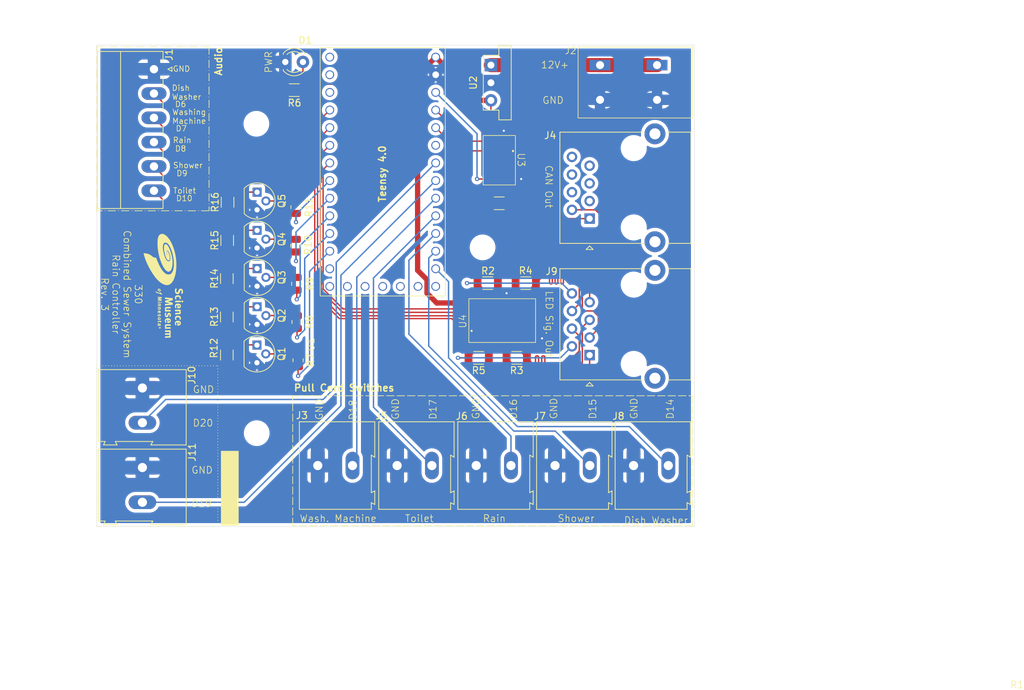
<source format=kicad_pcb>
(kicad_pcb (version 20240108) (generator "pcbnew") (generator_version "8.0")
  (layers (0 "F.Cu" signal) (31 "B.Cu" signal) (34 "B.Paste" user) (35 "F.Paste" user) (36 "B.SilkS" user "B.Silkscreen") (37 "F.SilkS" user "F.Silkscreen") (38 "B.Mask" user) (39 "F.Mask" user) (44 "Edge.Cuts" user))
  (net 0 "")
  (net 1 "+12V")
  (net 2 "GND")
  (net 3 "Net-(J3-Pin_2)")
  (net 4 "Net-(J5-Pin_2)")
  (net 5 "Net-(J6-Pin_2)")
  (net 6 "Net-(J7-Pin_2)")
  (net 7 "Net-(J8-Pin_2)")
  (net 8 "/Br+")
  (net 9 "/G-")
  (net 10 "/G+")
  (net 11 "/O+")
  (net 12 "/Bl-")
  (net 13 "/Bl+")
  (net 14 "/O-")
  (net 15 "/Br-")
  (net 16 "Net-(U3-CA_NL)")
  (net 17 "Net-(U3-CA_NH)")
  (net 19 "+5V")
  (net 20 "Net-(U1-D23)")
  (net 21 "Net-(J1-Pin_5)")
  (net 23 "/S4")
  (net 24 "Net-(J1-Pin_3)")
  (net 27 "Net-(U1-D22)")
  (net 28 "Net-(J1-Pin_6)")
  (net 29 "/S1")
  (net 30 "Net-(J10-Pin_2)")
  (net 32 "/S3")
  (net 34 "Net-(J11-Pin_2)")
  (net 35 "Net-(J1-Pin_2)")
  (net 36 "Net-(U3-NC,Vio)")
  (net 37 "Net-(J1-Pin_4)")
  (net 39 "/S2")
  (net 52 "Net-(D1-A)")
  (net 53 "Net-(Q1-C)")
  (net 54 "Net-(Q1-B)")
  (net 55 "Net-(Q2-B)")
  (net 56 "Net-(Q2-C)")
  (net 57 "Net-(Q3-B)")
  (net 58 "Net-(Q3-C)")
  (net 59 "Net-(Q4-B)")
  (net 60 "Net-(Q4-C)")
  (net 61 "Net-(Q5-B)")
  (net 62 "Net-(Q5-C)")
  (net 63 "/So5")
  (net 64 "/So4")
  (net 65 "/So3")
  (net 66 "/So2")
  (net 67 "/So1")
  (footprint "Converter_DCDC:Converter_DCDC_Murata_OKI-78SR_Vertical" (layer "F.Cu") (at 186.096 42.0288 -90)
    (property "Reference" "U2")
    (property "Value" "OKI-78SR")
  )
  (footprint "Resistor_SMD:R_0805_2012Metric" (layer "F.Cu") (at 158.1585 73.5163 -90)
    (property "Reference" "R9")
    (property "Value" "R")
  )
  (footprint "Resistor_SMD:R_1206_3216Metric" (layer "F.Cu") (at 148.096 72.7788 90)
    (property "Reference" "R14")
    (property "Value" "R")
  )
  (footprint "Resistor_SMD:R_1206_3216Metric" (layer "F.Cu") (at 184.3335 84.1788 180)
    (property "Reference" "R5")
    (property "Value" "120")
  )
  (footprint "Resistor_SMD:R_1206_3216Metric" (layer "F.Cu") (at 157.796 45.6288 180)
    (property "Reference" "R6")
    (property "Value" "120")
  )
  (footprint "Resistor_SMD:R_1206_3216Metric" (layer "F.Cu") (at 191.1085 73.4288 180)
    (property "Reference" "R4")
    (property "Value" "120")
  )
  (footprint "MountingHole:MountingHole_3.2mm_M3" (layer "F.Cu") (at 152.396 95.0288)
    (property "Reference" "REF**" (hide yes))
    (property "Value" "MountingHole_3.2mm_M3")
  )
  (footprint "TerminalBlock:TerminalBlock_Altech_AK300-2_P5.00mm" (layer "F.Cu") (at 183.9788 99.6928)
    (property "Reference" "J6")
    (property "Value" "Conn_01x02")
  )
  (footprint "Connector_RJ:RJ45_Ninigi_GE" (layer "F.Cu") (at 200.296 83.7938 90)
    (property "Reference" "J9")
    (property "Value" "RJ45")
  )
  (footprint "LED_THT:LED_D3.0mm" (layer "F.Cu") (at 156.506 41.5788)
    (property "Reference" "D1")
    (property "Value" "LED")
  )
  (footprint "Resistor_SMD:R_1206_3216Metric" (layer "F.Cu") (at 148.196 61.7788 90)
    (property "Reference" "R16")
    (property "Value" "R")
  )
  (footprint "Resistor_SMD:R_1206_3216Metric" (layer "F.Cu") (at 189.8085 84.1788 180)
    (property "Reference" "R3")
    (property "Value" "120")
  )
  (footprint "Resistor_SMD:R_0805_2012Metric" (layer "F.Cu") (at 158.346 84.5288 -90)
    (property "Reference" "R7")
    (property "Value" "R")
  )
  (footprint "MountingHole:MountingHole_3.2mm_M3" (layer "F.Cu") (at 184.896 68.2788)
    (property "Reference" "REF**" (hide yes))
    (property "Value" "MountingHole_3.2mm_M3")
  )
  (footprint "Resistor_SMD:R_0805_2012Metric" (layer "F.Cu") (at 158.046 68.0288 -90)
    (property "Reference" "R10")
    (property "Value" "R")
  )
  (footprint "Package_TO_SOT_THT:TO-92" (layer "F.Cu") (at 152.446 65.8263 -90)
    (property "Reference" "Q4")
    (property "Value" "NPN")
  )
  (footprint "Package_TO_SOT_THT:TO-92" (layer "F.Cu") (at 152.446 60.3263 -90)
    (property "Reference" "Q5")
    (property "Value" "NPN")
  )
  (footprint "Connector_Phoenix_MC:PhoenixContact_MC_1,5_6-G-3.5_1x06_P3.50mm_Horizontal" (layer "F.Cu") (at 137.607192 42.6208 -90)
    (property "Reference" "J1")
    (property "Value" "Conn_01x06_MountingPin")
  )
  (footprint "SMM:TerminalBlock_Wago_2x1_2604_1102" (layer "F.Cu") (at 209.996 42.0288 -90)
    (property "Reference" "J2")
    (property "Value" "Screw_Terminal_01x02")
  )
  (footprint "Resistor_SMD:R_1206_3216Metric" (layer "F.Cu") (at 185.6335 73.4288 180)
    (property "Reference" "R2")
    (property "Value" "120")
  )
  (footprint "TerminalBlock:TerminalBlock_Altech_AK300-2_P5.00mm" (layer "F.Cu") (at 135.946 88.5238 -90)
    (property "Reference" "J10")
    (property "Value" "Conn_01x02")
  )
  (footprint "TerminalBlock:TerminalBlock_Altech_AK300-2_P5.00mm" (layer "F.Cu") (at 161.1788 99.6928)
    (property "Reference" "J3")
    (property "Value" "Conn_01x02")
  )
  (footprint "Package_TO_SOT_THT:TO-92" (layer "F.Cu") (at 152.446 76.8263 -90)
    (property "Reference" "Q2")
    (property "Value" "NPN")
  )
  (footprint "Resistor_SMD:R_1206_3216Metric" (layer "F.Cu") (at 148.096 78.3038 90)
    (property "Reference" "R13")
    (property "Value" "R")
  )
  (footprint "SMM:DS26C31TMX" (layer "F.Cu") (at 183.276 81.3588 90)
    (property "Reference" "U4")
    (property "Value" "~")
  )
  (footprint "Resistor_SMD:R_1206_3216Metric" (layer "F.Cu") (at 148.146 67.2788 90)
    (property "Reference" "R15")
    (property "Value" "R")
  )
  (footprint "TerminalBlock:TerminalBlock_Altech_AK300-2_P5.00mm" (layer "F.Cu") (at 135.946 99.9788 -90)
    (property "Reference" "J11")
    (property "Value" "Conn_01x02")
  )
  (footprint "MountingHole:MountingHole_3.2mm_M3" (layer "F.Cu") (at 152.346 50.4788)
    (property "Reference" "REF**" (hide yes))
    (property "Value" "MountingHole_3.2mm_M3")
  )
  (footprint "SMM:TCAN1462VDRQ1" (layer "F.Cu") (at 189.201 53.0288 -90)
    (property "Reference" "U3")
    (property "Value" "~" (hide yes))
  )
  (footprint "Package_TO_SOT_THT:TO-92" (layer "F.Cu") (at 152.446 71.3263 -90)
    (property "Reference" "Q3")
    (property "Value" "NPN")
  )
  (footprint "Package_TO_SOT_THT:TO-92" (layer "F.Cu") (at 152.426 82.3463 -90)
    (property "Reference" "Q1")
    (property "Value" "NPN")
  )
  (footprint "Connector_RJ:RJ45_Ninigi_GE" (layer "F.Cu") (at 200.296 64.1388 90)
    (property "Reference" "J4")
    (property "Value" "8P8C")
  )
  (footprint "Resistor_SMD:R_0805_2012Metric" (layer "F.Cu") (at 158.046 62.4788 -90)
    (property "Reference" "R11")
    (property "Value" "R")
  )
  (footprint "Resistor_SMD:R_1206_3216Metric" (layer "F.Cu") (at 187.296 61.9288)
    (property "Reference" "R1" (hide yes))
    (property "Value" "120")
  )
  (footprint "Resistor_SMD:R_0805_2012Metric" (layer "F.Cu") (at 158.196 79.0288 -90)
    (property "Reference" "R8")
    (property "Value" "R")
  )
  (footprint "Module:Teensy 4.0" (layer "F.Cu") (at 161.636 75.1688)
    (property "Reference" "U1")
    (property "Value" "~")
  )
  (footprint "TerminalBlock:TerminalBlock_Altech_AK300-2_P5.00mm" (layer "F.Cu") (at 206.6188 99.6928)
    (property "Reference" "J8")
    (property "Value" "Conn_01x02")
  )
  (footprint "SMM:smm-logo-15mm" (layer "F.Cu") (at 138.971 73.8288 -90)
    (property "Reference" "G***")
    (property "Value" "LOGO" (hide yes))
  )
  (footprint "TerminalBlock:TerminalBlock_Altech_AK300-2_P5.00mm" (layer "F.Cu") (at 195.3188 99.6928)
    (property "Reference" "J7")
    (property "Value" "Conn_01x02")
  )
  (footprint "TerminalBlock:TerminalBlock_Altech_AK300-2_P5.00mm" (layer "F.Cu") (at 172.5988 99.6928)
    (property "Reference" "J5")
    (property "Value" "Conn_01x02")
  )
  (footprint "Resistor_SMD:R_1206_3216Metric" (layer "F.Cu") (at 148.096 83.7788 90)
    (property "Reference" "R12")
    (property "Value" "R")
  )
  (gr_rect (start 129.371 85.3263) (end 146.796 108.4013) (stroke (width 0.1) (type dot)) (fill none) (layer "F.SilkS"))
  (gr_rect (start 129.3585 39.3788) (end 145.5335 63.0038) (stroke (width 0.1) (type dash_dot)) (fill none) (layer "F.SilkS"))
  (gr_rect (start 147.296 97.6288) (end 149.746 108.2788) (stroke (width 0.1)) (fill solid) (layer "F.SilkS"))
  (gr_rect (start 157.5738 89.6428) (end 215.0988 108.3428) (stroke (width 0.1) (type dash)) (fill none) (layer "F.SilkS"))
  (gr_rect (start 129.4 39.14) (end 215.3776 108.48) (stroke (width 0.05)) (fill none) (layer "Edge.Cuts"))
  (gr_text "CAN Out" (at 193.846 56.3788 -90) (layer "F.SilkS") (effects (font (size 1 1) (thickness 0.1)) (justify left bottom)))
  (gr_text "D6" (at 140.596 48.1288 0) (layer "F.SilkS") (effects (font (size 0.8 0.8) (thickness 0.1)) (justify left bottom)))
  (gr_text "GND" (at 142.946 100.9288 0) (layer "F.SilkS") (effects (font (size 1 1) (thickness 0.1)) (justify left bottom)))
  (gr_text "D20" (at 143.146 94.1488 0) (layer "F.SilkS") (effects (font (size 1 1) (thickness 0.1)) (justify left bottom)))
  (gr_text "Audio" (at 147.483809 43.638609 90) (layer "F.SilkS") (effects (font (size 1 1) (thickness 0.2) (bold yes)) (justify left bottom)))
  (gr_text "Dish\nWasher\n" (at 140.133502 47.078798 0) (layer "F.SilkS") (effects (font (size 0.8 0.8) (thickness 0.1)) (justify left bottom)))
  (gr_text "GND" (at 143.146 89.3288 0) (layer "F.SilkS") (effects (font (size 1 1) (thickness 0.1)) (justify left bottom)))
  (gr_text "Rain" (at 184.8738 107.8928 0) (layer "F.SilkS") (effects (font (size 1 1) (thickness 0.1)) (justify left bottom)))
  (gr_text "GND" (at 193.446 47.6788 0) (layer "F.SilkS") (effects (font (size 1 1) (thickness 0.1)) (justify left bottom)))
  (gr_text "R1" (at 261.796 131.2538 0) (layer "F.SilkS") (effects (font (size 1 1) (thickness 0.1))))
  (gr_text "." (at 182.946 80.4788 0) (layer "F.SilkS") (effects (font (size 1 1) (thickness 0.2) (bold yes)) (justify left bottom)))
  (gr_text "GND" (at 207.2682 93.0648 90) (layer "F.SilkS") (effects (font (size 1 1) (thickness 0.1)) (justify left bottom)))
  (gr_text "D10" (at 140.746 61.6788 0) (layer "F.SilkS") (effects (font (size 0.8 0.8) (thickness 0.1)) (justify left bottom)))
  (gr_text "GND" (at 140.283501 43.028799 0) (layer "F.SilkS") (effects (font (size 0.8 0.8) (thickness 0.1)) (justify left bottom)))
  (gr_text "D18" (at 166.7956 93.1796 90) (layer "F.SilkS") (effects (font (size 1 1) (thickness 0.1)) (justify left bottom)))
  (gr_text "GND" (at 195.7182 93.0648 90) (layer "F.SilkS") (effects (font (size 1 1) (thickness 0.1)) (justify left bottom)))
  (gr_text "Teensy 4.0" (at 171.057619 61.862419 90) (layer "F.SilkS") (effects (font (size 1 1) (thickness 0.2) (bold yes)) (justify left bottom)))
  (gr_text "D9" (at 140.796 58.0788 0) (layer "F.SilkS") (effects (font (size 0.8 0.8) (thickness 0.1)) (justify left bottom)))
  (gr_text "D8" (at 140.596 54.5288 0) (layer "F.SilkS") (effects (font (size 0.8 0.8) (thickness 0.1)) (justify left bottom)))
  (gr_text "GND" (at 172.946 93.1288 90) (layer "F.SilkS") (effects (font (size 1 1) (thickness 0.1)) (justify left bottom)))
  (gr_text "D16" (at 189.9182 93.0648 90) (layer "F.SilkS") (effects (font (size 1 1) (thickness 0.1)) (justify left bottom)))
  (gr_text "LED Sig. Out" (at 193.896 74.4788 270) (layer "F.SilkS") (effects (font (size 1 1) (thickness 0.1)) (justify left bottom)))
  (gr_text "Shower" (at 140.3085 56.9288 0) (layer "F.SilkS") (effects (font (size 0.8 0.8) (thickness 0.1)) (justify left bottom)))
  (gr_text "D15" (at 201.3182 93.0648 90) (layer "F.SilkS") (effects (font (size 1 1) (thickness 0.1)) (justify left bottom)))
  (gr_text "D19" (at 142.946 105.7488 0) (layer "F.SilkS") (effects (font (size 1 1) (thickness 0.1)) (justify left bottom)))
  (gr_text "Washing\nMachine" (at 140.183502 50.553798 0) (layer "F.SilkS") (effects (font (size 0.8 0.8) (thickness 0.1)) (justify left bottom)))
  (gr_text "D14" (at 212.4682 93.0648 90) (layer "F.SilkS") (effects (font (size 1 1) (thickness 0.1)) (justify left bottom)))
  (gr_text "D17" (at 178.346 93.1288 90) (layer "F.SilkS") (effects (font (size 1 1) (thickness 0.1)) (justify left bottom)))
  (gr_text "330\nCombined Sewer System\nRain Controller\nRev. 3" (at 129.946 75.0288 270) (layer "F.SilkS") (effects (font (size 1 1) (thickness 0.1)) (justify bottom)))
  (gr_text "Pull Cord Switches" (at 157.6488 89.0928 0) (layer "F.SilkS") (effects (font (size 1 1) (thickness 0.2) (bold yes)) (justify left bottom)))
  (gr_text "Wash. Machine" (at 158.5238 107.8928 0) (layer "F.SilkS") (effects (font (size 1 1) (thickness 0.1)) (justify left bottom)))
  (gr_text "GND" (at 161.9756 93.1796 90) (layer "F.SilkS") (effects (font (size 1 1) (thickness 0.1)) (justify left bottom)))
  (gr_text "GND" (at 184.5182 93.0648 90) (layer "F.SilkS") (effects (font (size 1 1) (thickness 0.1)) (justify left bottom)))
  (gr_text "D7" (at 140.696 51.6288 0) (layer "F.SilkS") (effects (font (size 0.8 0.8) (thickness 0.1)) (justify left bottom)))
  (gr_text "Shower" (at 195.646 107.8928 0) (layer "F.SilkS") (effects (font (size 1 1) (thickness 0.1)) (justify left bottom)))
  (gr_text "Toilet" (at 140.308501 60.578799 0) (layer "F.SilkS") (effects (font (size 0.8 0.8) (thickness 0.1)) (justify left bottom)))
  (gr_text "Rain" (at 140.2835 53.3038 0) (layer "F.SilkS") (effects (font (size 0.8 0.8) (thickness 0.1)) (justify left bottom)))
  (gr_text "." (at 188.896 54.5788 0) (layer "F.SilkS") (effects (font (size 1 1) (thickness 0.2) (bold yes)) (justify left bottom)))
  (gr_text "Toilet" (at 173.6738 107.8928 0) (layer "F.SilkS") (effects (font (size 1 1) (thickness 0.1)) (justify left bottom)))
  (gr_text "PWR" (at 154.696 43.2288 90) (layer "F.SilkS") (effects (font (size 1 1) (thickness 0.1)) (justify left bottom)))
  (gr_text "12V+" (at 193.246 42.5788 0) (layer "F.SilkS") (effects (font (size 1 1) (thickness 0.1)) (justify left bottom)))
  (gr_text "Dish Washer" (at 205.1964 108.178 0) (layer "F.SilkS") (effects (font (size 1 1) (thickness 0.1)) (justify left bottom)))
  (segment (start 201.796 42.0288) (end 186.096 42.0288) (width 2.032) (layer "F.Cu") (net 1))
  (segment (start 209.996 42.0288) (end 201.796 42.0288) (width 2.032) (layer "F.Cu") (net 1))
  (segment (start 193.446 81.3788) (end 193.426 81.3588) (width 0.2) (layer "F.Cu") (net 2))
  (segment (start 188.356 76.2788) (end 188.356 74.8888) (width 0.2) (layer "F.Cu") (net 2))
  (segment (start 190.446 58.4288) (end 189.201 58.4288) (width 0.2) (layer "F.Cu") (net 2))
  (segment (start 187.931 53.0288) (end 187.931 51.4938) (width 0.2) (layer "F.Cu") (net 2))
  (segment (start 187.931 51.4938) (end 187.946 51.4788) (width 0.2) (layer "F.Cu") (net 2))
  (segment (start 188.356 74.8888) (end 188.346 74.8788) (width 0.2) (layer "F.Cu") (net 2))
  (segment (start 193.426 81.3588) (end 192.166 81.3588) (width 0.2) (layer "F.Cu") (net 2))
  (via (at 190.446 58.4288) (size 0.6) (drill 0.3) (layers "F.Cu" "B.Cu") (net 2))
  (via (at 188.346 74.8788) (size 0.6) (drill 0.3) (layers "F.Cu" "B.Cu") (net 2))
  (via (at 187.946 51.4788) (size 0.6) (drill 0.3) (layers "F.Cu" "B.Cu") (net 2))
  (via (at 193.446 81.3788) (size 0.6) (drill 0.3) (layers "F.Cu" "B.Cu") (net 2))
  (segment (start 209.996 47.0288) (end 201.796 47.0288) (width 2.032) (layer "B.Cu") (net 2))
  (segment (start 179.296 44.5688) (end 186.096 44.5688) (width 0.762) (layer "B.Cu") (net 2))
  (segment (start 186.096 44.5688) (end 199.336 44.5688) (width 2.032) (layer "B.Cu") (net 2))
  (segment (start 178.146 43.4188) (end 179.296 44.5688) (width 0.762) (layer "B.Cu") (net 2))
  (segment (start 199.336 44.5688) (end 201.796 47.0288) (width 2.032) (layer "B.Cu") (net 2))
  (segment (start 166.796 72.5488) (end 166.796 99.0756) (width 0.2) (layer "B.Cu") (net 3))
  (segment (start 178.146 61.1988) (end 166.796 72.5488) (width 0.2) (layer "B.Cu") (net 3))
  (segment (start 166.796 99.0756) (end 166.1788 99.6928) (width 0.2) (layer "B.Cu") (net 3))
  (segment (start 169.196 72.6888) (end 169.196 91.29) (width 0.2) (layer "B.Cu") (net 4))
  (segment (start 169.196 91.29) (end 177.5988 99.6928) (width 0.2) (layer "B.Cu") (net 4))
  (segment (start 178.146 63.7388) (end 169.196 72.6888) (width 0.2) (layer "B.Cu") (net 4))
  (segment (start 174.296 80.7788) (end 188.9788 95.4616) (width 0.2) (layer "B.Cu") (net 5))
  (segment (start 174.296 70.1288) (end 174.296 80.7788) (width 0.2) (layer "B.Cu") (net 5))
  (segment (start 178.146 66.2788) (end 174.296 70.1288) (width 0.2) (layer "B.Cu") (net 5))
  (segment (start 188.9788 95.4616) (end 188.9788 99.6928) (width 0.2) (layer "B.Cu") (net 5))
  (segment (start 200.3188 99.6928) (end 195.3548 94.7288) (width 0.2) (layer "B.Cu") (net 6))
  (segment (start 177.146 82.4788) (end 177.146 69.8188) (width 0.2) (layer "B.Cu") (net 6))
  (segment (start 195.3548 94.7288) (end 189.396 94.7288) (width 0.2) (layer "B.Cu") (net 6))
  (segment (start 189.396 94.7288) (end 177.146 82.4788) (width 0.2) (layer "B.Cu") (net 6))
  (segment (start 177.146 69.8188) (end 178.146 68.8188) (width 0.2) (layer "B.Cu") (net 6))
  (segment (start 178.146 71.3588) (end 179.996 73.2088) (width 0.2) (layer "B.Cu") (net 7))
  (segment (start 189.896 94.0788) (end 206.0048 94.0788) (width 0.2) (layer "B.Cu") (net 7))
  (segment (start 206.0048 94.0788) (end 211.6188 99.6928) (width 0.2) (layer "B.Cu") (net 7))
  (segment (start 179.996 84.1788) (end 189.896 94.0788) (width 0.2) (layer "B.Cu") (net 7))
  (segment (start 179.996 73.2088) (end 179.996 84.1788) (width 0.2) (layer "B.Cu") (net 7))
  (segment (start 182.646 73.4288) (end 184.171 73.4288) (width 0.2) (layer "F.Cu") (net 8))
  (segment (start 185.816 75.0738) (end 184.171 73.4288) (width 0.2) (layer "F.Cu") (net 8))
  (segment (start 185.816 76.2788) (end 185.816 75.0738) (width 0.2) (layer "F.Cu") (net 8))
  (via (at 182.646 73.4288) (size 0.6) (drill 0.3) (layers "F.Cu" "B.Cu") (net 8))
  (segment (start 196.281 73.4288) (end 197.756 74.9038) (width 0.2) (layer "B.Cu") (net 8))
  (segment (start 182.646 73.4288) (end 196.281 73.4288) (width 0.2) (layer "B.Cu") (net 8))
  (segment (start 187.196 87.8288) (end 198.146 87.8288) (width 0.2) (layer "F.Cu") (net 9))
  (segment (start 185.816 81.3588) (end 185.816 84.1588) (width 0.2) (layer "F.Cu") (net 9))
  (segment (start 200.296 85.6788) (end 200.296 83.7938) (width 0.2) (layer "F.Cu") (net 9))
  (segment (start 185.796 84.1788) (end 185.796 86.4288) (width 0.2) (layer "F.Cu") (net 9))
  (segment (start 185.796 86.4288) (end 187.196 87.8288) (width 0.2) (layer "F.Cu") (net 9))
  (segment (start 185.816 84.1588) (end 185.796 84.1788) (width 0.2) (layer "F.Cu") (net 9))
  (segment (start 198.146 87.8288) (end 200.296 85.6788) (width 0.2) (layer "F.Cu") (net 9))
  (segment (start 182.871 84.1788) (end 181.346 84.1788) (width 0.2) (layer "F.Cu") (net 10))
  (segment (start 184.546 81.3588) (end 184.546 82.5038) (width 0.2) (layer "F.Cu") (net 10))
  (segment (start 184.546 82.5038) (end 182.871 84.1788) (width 0.2) (layer "F.Cu") (net 10))
  (segment (start 184.546 81.3588) (end 184.546 81.22235) (width 0.2) (layer "F.Cu") (net 10))
  (via (at 181.346 84.1788) (size 0.6) (drill 0.3) (layers "F.Cu" "B.Cu") (net 10))
  (segment (start 196.101 84.1788) (end 197.756 82.5238) (width 0.2) (layer "B.Cu") (net 10))
  (segment (start 181.346 84.1788) (end 196.101 84.1788) (width 0.2) (layer "B.Cu") (net 10))
  (segment (start 194.927452 72.1788) (end 194.927452 71.8888) (width 0.2) (layer "F.Cu") (net 11))
  (segment (start 195.487452 73.5288) (end 195.567452 73.5288) (width 0.2) (layer "F.Cu") (net 11))
  (segment (start 195.887452 71.7288) (end 195.967452 71.7288) (width 0.2) (layer "F.Cu") (net 11))
  (segment (start 196.127452 71.8888) (end 196.127452 72.1788) (width 0.2) (layer "F.Cu") (net 11))
  (segment (start 196.127452 72.1788) (end 196.127452 73.3688) (width 0.2) (layer "F.Cu") (net 11))
  (segment (start 196.927452 71.8888) (end 196.927452 72.0188) (width 0.2) (layer "F.Cu") (net 11))
  (segment (start 198.806 73.6388) (end 198.806 76.3938) (width 0.2) (layer "F.Cu") (net 11))
  (segment (start 195.327452 71.8888) (end 195.327452 72.1788) (width 0.2) (layer "F.Cu") (net 11))
  (segment (start 196.687452 71.7288) (end 196.767452 71.7288) (width 0.2) (layer "F.Cu") (net 11))
  (segment (start 194.527452 71.8888) (end 194.527452 72.0188) (width 0.2) (layer "F.Cu") (net 11))
  (segment (start 196.527452 72.1788) (end 196.527452 71.8888) (width 0.2) (layer "F.Cu") (net 11))
  (segment (start 196.287452 73.5288) (end 196.367452 73.5288) (width 0.2) (layer "F.Cu") (net 11))
  (segment (start 194.527452 72.0188) (end 194.527452 73.3688) (width 0.2) (layer "F.Cu") (net 11))
  (segment (start 196.527452 73.3688) (end 196.527452 72.1788) (width 0.2) (layer "F.Cu") (net 11))
  (segment (start 195.327452 72.1788) (end 195.327452 73.3688) (width 0.2) (layer "F.Cu") (net 11))
  (segment (start 198.806 76.3938) (end 197.756 77.4438) (width 0.2) (layer "F.Cu") (net 11))
  (segment (start 197.087452 72.1788) (end 197.167452 72.1788) (width 0.2) (layer "F.Cu") (net 11))
  (segment (start 193.821 72.1788) (end 193.967452 72.1788) (width 0.2) (layer "F.Cu") (net 11))
  (segment (start 190.896 75.1038) (end 192.571 73.4288) (width 0.2) (layer "F.Cu") (net 11))
  (segment (start 194.287452 71.7288) (end 194.367452 71.7288) (width 0.2) (layer "F.Cu") (net 11))
  (segment (start 195.727452 73.3688) (end 195.727452 72.1788) (width 0.2) (layer "F.Cu") (net 11))
  (segment (start 195.727452 72.1788) (end 195.727452 71.8888) (width 0.2) (layer "F.Cu") (net 11))
  (segment (start 194.127452 72.0188) (end 194.127452 71.8888) (width 0.2) (layer "F.Cu") (net 11))
  (segment (start 197.167452 72.1788) (end 197.346 72.1788) (width 0.2) (layer "F.Cu") (net 11))
  (segment (start 192.571 73.4288) (end 193.821 72.1788) (width 0.2) (layer "F.Cu") (net 11))
  (segment (start 194.687452 73.5288) (end 194.767452 73.5288) (width 0.2) (layer "F.Cu") (net 11))
  (segment (start 190.896 76.2788) (end 190.896 75.1038) (width 0.2) (layer "F.Cu") (net 11))
  (segment (start 194.927452 73.3688) (end 194.927452 72.1788) (width 0.2) (layer "F.Cu") (net 11))
  (segment (start 195.087452 71.7288) (end 195.167452 71.7288) (width 0.2) (layer "F.Cu") (net 11))
  (segment (start 197.372398 72.205198) (end 198.806 73.6388) (width 0.2) (layer "F.Cu") (net 11))
  (segment (start 197.346 72.1788) (end 197.372398 72.205198) (width 0.2) (layer "F.Cu") (net 11))
  (arc (start 195.167452 71.7288) (mid 195.280589 71.775663) (end 195.327452 71.8888) (width 0.2) (layer "F.Cu") (net 11))
  (arc (start 196.927452 72.0188) (mid 196.974315 72.131937) (end 197.087452 72.1788) (width 0.2) (layer "F.Cu") (net 11))
  (arc (start 196.127452 73.3688) (mid 196.174315 73.481937) (end 196.287452 73.5288) (width 0.2) (layer "F.Cu") (net 11))
  (arc (start 196.527452 71.8888) (mid 196.574315 71.775663) (end 196.687452 71.7288) (width 0.2) (layer "F.Cu") (net 11))
  (arc (start 195.727452 71.8888) (mid 195.774315 71.775663) (end 195.887452 71.7288) (width 0.2) (layer "F.Cu") (net 11))
  (arc (start 194.527452 73.3688) (mid 194.574315 73.481937) (end 194.687452 73.5288) (width 0.2) (layer "F.Cu") (net 11))
  (arc (start 196.767452 71.7288) (mid 196.880589 71.775663) (end 196.927452 71.8888) (width 0.2) (layer "F.Cu") (net 11))
  (arc (start 194.927452 71.8888) (mid 194.974315 71.775663) (end 195.087452 71.7288) (width 0.2) (layer "F.Cu") (net 11))
  (arc (start 195.327452 73.3688) (mid 195.374315 73.481937) (end 195.487452 73.5288) (width 0.2) (layer "F.Cu") (net 11))
  (arc (start 194.767452 73.5288) (mid 194.880589 73.481937) (end 194.927452 73.3688) (width 0.2) (layer "F.Cu") (net 11))
  (arc (start 195.967452 71.7288) (mid 196.080589 71.775663) (end 196.127452 71.8888) (width 0.2) (layer "F.Cu") (net 11))
  (arc (start 196.367452 73.5288) (mid 196.480589 73.481937) (end 196.527452 73.3688) (width 0.2) (layer "F.Cu") (net 11))
  (arc (start 194.127452 71.8888) (mid 194.174315 71.775663) (end 194.287452 71.7288) (width 0.2) (layer "F.Cu") (net 11))
  (arc (start 193.967452 72.1788) (mid 194.080589 72.131937) (end 194.127452 72.0188) (width 0.2) (layer "F.Cu") (net 11))
  (arc (start 194.367452 71.7288) (mid 194.480589 71.775663) (end 194.527452 71.8888) (width 0.2) (layer "F.Cu") (net 11))
  (arc (start 195.567452 73.5288) (mid 195.680589 73.481937) (end 195.727452 73.3688) (width 0.2) (layer "F.Cu") (net 11))
  (segment (start 188.356 84.1688) (end 188.346 84.1788) (width 0.2) (layer "F.Cu") (net 12))
  (segment (start 197.796 86.9288) (end 199.246 85.4788) (width 0.2) (layer "F.Cu") (net 12))
  (segment (start 199.246 79.7638) (end 200.296 78.7138) (width 0.2) (layer "F.Cu") (net 12))
  (segment (start 188.346 84.1788) (end 191.096 86.9288) (width 0.2) (layer "F.Cu") (net 12))
  (segment (start 188.356 81.3588) (end 188.356 84.1688) (width 0.2) (layer "F.Cu") (net 12))
  (segment (start 199.246 85.4788) (end 199.246 79.7638) (width 0.2) (layer "F.Cu") (net 12))
  (segment (start 191.096 86.9288) (end 197.796 86.9288) (width 0.2) (layer "F.Cu") (net 12))
  (segment (start 198.806 83.1838) (end 198.806 81.0338) (width 0.2) (layer "F.Cu") (net 13))
  (segment (start 191.271 84.1788) (end 192.046 84.9538) (width 0.2) (layer "F.Cu") (net 13))
  (segment (start 193.40786 85.8238) (end 193.40786 84.9538) (width 0.2) (layer "F.Cu") (net 13))
  (segment (start 193.85786 84.9538) (end 193.85786 85.8238) (width 0.2) (layer "F.Cu") (net 13))
  (segment (start 189.626 82.5338) (end 191.271 84.1788) (width 0.2) (layer "F.Cu") (net 13))
  (segment (start 198.806 81.0338) (end 197.756 79.9838) (width 0.2) (layer "F.Cu") (net 13))
  (segment (start 193.40786 84.9538) (end 193.40786 84.0838) (width 0.2) (layer "F.Cu") (net 13))
  (segment (start 194.57786 84.9538) (end 194.955974 84.9538) (width 0.2) (layer "F.Cu") (net 13))
  (segment (start 193.13786 86.0038) (end 193.22786 86.0038) (width 0.2) (layer "F.Cu") (net 13))
  (segment (start 197.036 84.9538) (end 198.806 83.1838) (width 0.2) (layer "F.Cu") (net 13))
  (segment (start 193.58786 83.9038) (end 193.67786 83.9038) (width 0.2) (layer "F.Cu") (net 13))
  (segment (start 192.046 84.9538) (end 192.32786 84.9538) (width 0.2) (layer "F.Cu") (net 13))
  (segment (start 192.95786 84.0838) (end 192.95786 84.7738) (width 0.2) (layer "F.Cu") (net 13))
  (segment (start 193.85786 84.0838) (end 193.85786 84.9538) (width 0.2) (layer "F.Cu") (net 13))
  (segment (start 194.30786 85.8238) (end 194.30786 85.1338) (width 0.2) (layer "F.Cu") (net 13))
  (segment (start 192.95786 84.7738) (end 192.95786 85.8238) (width 0.2) (layer "F.Cu") (net 13))
  (segment (start 194.955974 84.9538) (end 197.036 84.9538) (width 0.2) (layer "F.Cu") (net 13))
  (segment (start 192.50786 84.7738) (end 192.50786 84.0838) (width 0.2) (layer "F.Cu") (net 13))
  (segment (start 192.68786 83.9038) (end 192.77786 83.9038) (width 0.2) (layer "F.Cu") (net 13))
  (segment (start 189.626 81.3588) (end 189.626 82.5338) (width 0.2) (layer "F.Cu") (net 13))
  (segment (start 194.03786 86.0038) (end 194.12786 86.0038) (width 0.2) (layer "F.Cu") (net 13))
  (segment (start 194.48786 84.9538) (end 194.57786 84.9538) (width 0.2) (layer "F.Cu") (net 13))
  (arc (start 192.95786 85.8238) (mid 193.010581 85.951079) (end 193.13786 86.0038) (width 0.2) (layer "F.Cu") (net 13))
  (arc (start 192.50786 84.0838) (mid 192.560581 83.956521) (end 192.68786 83.9038) (width 0.2) (layer "F.Cu") (net 13))
  (arc (start 194.12786 86.0038) (mid 194.255139 85.951079) (end 194.30786 85.8238) (width 0.2) (layer "F.Cu") (net 13))
  (arc (start 194.30786 85.1338) (mid 194.360581 85.006521) (end 194.48786 84.9538) (width 0.2) (layer "F.Cu") (net 13))
  (arc (start 193.22786 86.0038) (mid 193.355139 85.951079) (end 193.40786 85.8238) (width 0.2) (layer "F.Cu") (net 13))
  (arc (start 193.67786 83.9038) (mid 193.805139 83.956521) (end 193.85786 84.0838) (width 0.2) (layer "F.Cu") (net 13))
  (arc (start 192.32786 84.9538) (mid 192.455139 84.901079) (end 192.50786 84.7738) (width 0.2) (layer "F.Cu") (net 13))
  (arc (start 192.77786 83.9038) (mid 192.905139 83.956521) (end 192.95786 84.0838) (width 0.2) (layer "F.Cu") (net 13))
  (arc (start 193.85786 85.8238) (mid 193.910581 85.951079) (end 194.03786 86.0038) (width 0.2) (layer "F.Cu") (net 13))
  (arc (start 193.40786 84.0838) (mid 193.460581 83.956521) (end 193.58786 83.9038) (width 0.2) (layer "F.Cu") (net 13))
  (segment (start 199.246 73.3288) (end 199.246 77.0788) (width 0.2) (layer "F.Cu") (net 14))
  (segment (start 201.546 78.1788) (end 201.546 80.0038) (width 0.2) (layer "F.Cu") (net 14))
  (segment (start 201.546 80.0038) (end 200.296 81.2538) (width 0.2) (layer "F.Cu") (net 14))
  (segment (start 190.396 71.3288) (end 197.246 71.3288) (width 0.2) (layer "F.Cu") (net 14))
  (segment (start 199.246 77.0788) (end 199.596 77.4288) (width 0.2) (layer "F.Cu") (net 14))
  (segment (start 200.796 77.4288) (end 201.546 78.1788) (width 0.2) (layer "F.Cu") (net 14))
  (segment (start 189.626 73.4488) (end 189.646 73.4288) (width 0.2) (layer "F.Cu") (net 14))
  (segment (start 189.646 72.0788) (end 190.396 71.3288) (width 0.2) (layer "F.Cu") (net 14))
  (segment (start 189.646 73.4288) (end 189.646 72.0788) (width 0.2) (layer "F.Cu") (net 14))
  (segment (start 189.626 76.2788) (end 189.626 73.4488) (width 0.2) (layer "F.Cu") (net 14))
  (segment (start 197.246 71.3288) (end 199.246 73.3288) (width 0.2) (layer "F.Cu") (net 14))
  (segment (start 199.596 77.4288) (end 200.796 77.4288) (width 0.2) (layer "F.Cu") (net 14))
  (segment (start 200.296 73.3288) (end 200.296 76.1738) (width 0.2) (layer "F.Cu") (net 15))
  (segment (start 187.086 73.4388) (end 187.096 73.4288) (width 0.2) (layer "F.Cu") (net 15))
  (segment (start 187.096 73.4288) (end 187.096 72.5288) (width 0.2) (layer "F.Cu") (net 15))
  (segment (start 187.096 72.5288) (end 188.896 70.7288) (width 0.2) (layer "F.Cu") (net 15))
  (segment (start 187.086 76.2788) (end 187.086 73.4388) (width 0.2) (layer "F.Cu") (net 15))
  (segment (start 197.696 70.7288) (end 200.296 73.3288) (width 0.2) (layer "F.Cu") (net 15))
  (segment (start 188.896 70.7288) (end 197.696 70.7288) (width 0.2) (layer "F.Cu") (net 15))
  (segment (start 185.8335 61.9288) (end 189.6835 65.7788) (width 0.2) (layer "F.Cu") (net 16))
  (segment (start 201.746 65.2788) (end 201.746 63.4888) (width 0.2) (layer "F.Cu") (net 16))
  (segment (start 201.126 62.8688) (end 197.756 62.8688) (width 0.2) (layer "F.Cu") (net 16))
  (segment (start 201.246 65.7788) (end 201.746 65.2788) (width 0.2) (layer "F.Cu") (net 16))
  (segment (start 189.6835 65.7788) (end 201.246 65.7788) (width 0.2) (layer "F.Cu") (net 16))
  (segment (start 201.746 63.4888) (end 201.126 62.8688) (width 0.2) (layer "F.Cu") (net 16))
  (segment (start 185.8335 61.9288) (end 186.661 61.1013) (width 0.2) (layer "F.Cu") (net 16))
  (segment (start 186.661 61.1013) (end 186.661 58.4288) (width 0.2) (layer "F.Cu") (net 16))
  (segment (start 197.170314 62.8688) (end 197.756 62.8688) (width 0.2) (layer "F.Cu") (net 16))
  (segment (start 194.021542 65.0388) (end 193.921542 65.0388) (width 0.2) (layer "F.Cu") (net 17))
  (segment (start 195.021542 65.0388) (end 194.921542 65.0388) (width 0.2) (layer "F.Cu") (net 17))
  (segment (start 200.296 64.1388) (end 195.421542 64.1388) (width 0.2) (layer "F.Cu") (net 17))
  (segment (start 192.521542 63.2388) (end 192.421542 63.2388) (width 0.2) (layer "F.Cu") (net 17))
  (segment (start 192.721542 64.1388) (end 192.721542 63.4388) (width 0.2) (layer "F.Cu") (net 17))
  (segment (start 187.931 58.4288) (end 187.931 61.1013) (width 0.2) (layer "F.Cu") (net 17))
  (segment (start 191.721542 64.8388) (end 191.721542 64.3388) (width 0.2) (layer "F.Cu") (net 17))
  (segment (start 193.721542 64.1388) (end 193.721542 63.4388) (width 0.2) (layer "F.Cu") (net 17))
  (segment (start 194.721542 64.8388) (end 194.721542 64.3388) (width 0.2) (layer "F.Cu") (net 17))
  (segment (start 193.021542 65.0388) (end 192.921542 65.0388) (width 0.2) (layer "F.Cu") (net 17))
  (segment (start 193.721542 64.8388) (end 193.721542 64.1388) (width 0.2) (layer "F.Cu") (net 17))
  (segment (start 190.832628 64.002928) (end 188.7585 61.9288) (width 0.2) (layer "F.Cu") (net 17))
  (segment (start 192.021542 65.0388) (end 191.921542 65.0388) (width 0.2) (layer "F.Cu") (net 17))
  (segment (start 200.296 63.5288) (end 200.296 64.1388) (width 0.2) (layer "F.Cu") (net 17))
  (segment (start 191.421542 64.1388) (end 190.9685 64.1388) (width 0.2) (layer "F.Cu") (net 17))
  (segment (start 193.221542 64.1388) (end 193.221542 64.8388) (width 0.2) (layer "F.Cu") (net 17))
  (segment (start 187.931 61.1013) (end 188.7585 61.9288) (width 0.2) (layer "F.Cu") (net 17))
  (segment (start 192.721542 64.8388) (end 192.721542 64.1388) (width 0.2) (layer "F.Cu") (net 17))
  (segment (start 191.521542 64.1388) (end 191.421542 64.1388) (width 0.2) (layer "F.Cu") (net 17))
  (segment (start 192.221542 64.1388) (end 192.221542 64.8388) (width 0.2) (layer "F.Cu") (net 17))
  (segment (start 195.221542 64.3388) (end 195.221542 64.8388) (width 0.2) (layer "F.Cu") (net 17))
  (segment (start 194.221542 63.4388) (end 194.221542 64.1388) (width 0.2) (layer "F.Cu") (net 17))
  (segment (start 194.521542 63.2388) (end 194.421542 63.2388) (width 0.2) (layer "F.Cu") (net 17))
  (segment (start 192.221542 63.4388) (end 192.221542 64.1388) (width 0.2) (layer "F.Cu") (net 17))
  (segment (start 190.9685 64.1388) (end 190.832628 64.002928) (width 0.2) (layer "F.Cu") (net 17))
  (segment (start 193.521542 63.2388) (end 193.421542 63.2388) (width 0.2) (layer "F.Cu") (net 17))
  (segment (start 193.221542 63.4388) (end 193.221542 64.1388) (width 0.2) (layer "F.Cu") (net 17))
  (segment (start 194.221542 64.1388) (end 194.221542 64.8388) (width 0.2) (layer "F.Cu") (net 17))
  (segment (start 194.721542 64.3388) (end 194.721542 63.4388) (width 0.2) (layer "F.Cu") (net 17))
  (arc (start 194.421542 63.2388) (mid 194.280121 63.297379) (end 194.221542 63.4388) (width 0.2) (layer "F.Cu") (net 17))
  (arc (start 191.921542 65.0388) (mid 191.780121 64.980221) (end 191.721542 64.8388) (width 0.2) (layer "F.Cu") (net 17))
  (arc (start 195.421542 64.1388) (mid 195.280121 64.197379) (end 195.221542 64.3388) (width 0.2) (layer "F.Cu") (net 17))
  (arc (start 193.921542 65.0388) (mid 193.780121 64.980221) (end 193.721542 64.8388) (width 0.2) (layer "F.Cu") (net 17))
  (arc (start 192.721542 63.4388) (mid 192.662963 63.297379) (end 192.521542 63.2388) (width 0.2) (layer "F.Cu") (net 17))
  (arc (start 191.721542 64.3388) (mid 191.662963 64.197379) (end 191.521542 64.1388) (width 0.2) (layer "F.Cu") (net 17))
  (arc (start 193.221542 64.8388) (mid 193.162963 64.980221) (end 193.021542 65.0388) (width 0.2) (layer "F.Cu") (net 17))
  (arc (start 194.721542 63.4388) (mid 194.662963 63.297379) (end 194.521542 63.2388) (width 0.2) (layer "F.Cu") (net 17))
  (arc (start 193.721542 63.4388) (mid 193.662963 63.297379) (end 193.521542 63.2388) (width 0.2) (layer "F.Cu") (net 17))
  (arc (start 195.221542 64.8388) (mid 195.162963 64.980221) (end 195.021542 65.0388) (width 0.2) (layer "F.Cu") (net 17))
  (arc (start 192.921542 65.0388) (mid 192.780121 64.980221) (end 192.721542 64.8388) (width 0.2) (layer "F.Cu") (net 17))
  (arc (start 194.221542 64.8388) (mid 194.162963 64.980221) (end 194.021542 65.0388) (width 0.2) (layer "F.Cu") (net 17))
  (arc (start 193.421542 63.2388) (mid 193.280121 63.297379) (end 193.221542 63.4388) (width 0.2) (layer "F.Cu") (net 17))
  (arc (start 194.921542 65.0388) (mid 194.780121 64.980221) (end 194.721542 64.8388) (width 0.2) (layer "F.Cu") (net 17))
  (arc (start 192.221542 64.8388) (mid 192.162963 64.980221) (end 192.021542 65.0388) (width 0.2) (layer "F.Cu") (net 17))
  (arc (start 192.421542 63.2388) (mid 192.280121 63.297379) (end 192.221542 63.4388) (width 0.2) (layer "F.Cu") (net 17))
  (segment (start 175.546 71.5788) (end 176.896 72.9288) (width 0.762) (layer "F.Cu") (net 19))
  (segment (start 178.296 76.2788) (end 183.276 76.2788) (width 0.762) (layer "F.Cu") (net 19))
  (segment (start 160.1085 44.7788) (end 174.246 44.7788) (width 0.2) (layer "F.Cu") (net 19))
  (segment (start 175.546 43.4788) (end 175.546 71.5788) (width 0.762) (layer "F.Cu") (net 19))
  (segment (start 176.896 42.1288) (end 175.546 43.4788) (width 0.762) (layer "F.Cu") (net 19))
  (segment (start 178.146 40.8788) (end 184.376 47.1088) (width 0.762) (layer "F.Cu") (net 19))
  (segment (start 159.2585 45.6288) (end 160.1085 44.7788) (width 0.2) (layer "F.Cu") (net 19))
  (segment (start 186.661 53.0288) (end 186.661 53.4987) (width 0.2) (layer "F.Cu") (net 19))
  (segment (start 176.896 72.9288) (end 176.896 74.8788) (width 0.762) (layer "F.Cu") (net 19))
  (segment (start 176.896 74.8788) (end 178.296 76.2788) (width 0.762) (layer "F.Cu") (net 19))
  (segment (start 178.146 40.8788) (end 176.896 42.1288) (width 0.762) (layer "F.Cu") (net 19))
  (segment (start 186.096 47.1088) (end 186.096 52.4638) (width 0.2) (layer "F.Cu") (net 19))
  (segment (start 184.376 47.1088) (end 186.096 47.1088) (width 0.762) (layer "F.Cu") (net 19))
  (segment (start 186.096 52.4638) (end 186.661 53.0288) (width 0.2) (layer "F.Cu") (net 19))
  (segment (start 174.246 44.7788) (end 176.896 42.1288) (width 0.2) (layer "F.Cu") (net 19))
  (segment (start 186.661 47.6738) (end 186.096 47.1088) (width 0.2) (layer "F.Cu") (net 19))
  (segment (start 182.631 52.9838) (end 178.146 48.4988) (width 0.2) (layer "F.Cu") (net 20))
  (segment (start 185.346 52.9838) (end 182.631 52.9838) (width 0.2) (layer "F.Cu") (net 20))
  (segment (start 185.391 53.0288) (end 185.346 52.9838) (width 0.2) (layer "F.Cu") (net 20))
  (segment (start 141.746 73.4163) (end 148.096 79.7663) (width 0.2) (layer "F.Cu") (net 21))
  (segment (start 137.607192 56.6208) (end 141.746 60.759608) (width 0.2) (layer "F.Cu") (net 21))
  (segment (start 141.746 60.759608) (end 141.746 73.4163) (width 0.2) (layer "F.Cu") (net 21))
  (segment (start 164.819695 77.13125) (end 161.946 74.257555) (width 0.2) (layer "F.Cu") (net 23))
  (segment (start 161.946 57.0788) (end 162.906 56.1188) (width 0.2) (layer "F.Cu") (net 23))
  (segment (start 184.546 76.2788) (end 183.69355 77.13125) (width 0.2) (layer "F.Cu") (net 23))
  (segment (start 161.946 74.257555) (end 161.946 57.0788) (width 0.2) (layer "F.Cu") (net 23))
  (segment (start 183.69355 77.13125) (end 164.819695 77.13125) (width 0.2) (layer "F.Cu") (net 23))
  (segment (start 144.896 65.4913) (end 144.896 56.909608) (width 0.2) (layer "F.Cu") (net 24))
  (segment (start 144.896 56.909608) (end 137.607192 49.6208) (width 0.2) (layer "F.Cu") (net 24))
  (segment (start 148.146 68.7413) (end 144.896 65.4913) (width 0.2) (layer "F.Cu") (net 24))
  (segment (start 189.201 53.0288) (end 189.201 53.4987) (width 0.2) (layer "F.Cu") (net 27))
  (segment (start 188.3209 54.3788) (end 181.486 54.3788) (width 0.2) (layer "F.Cu") (net 27))
  (segment (start 189.201 53.4987) (end 188.3209 54.3788) (width 0.2) (layer "F.Cu") (net 27))
  (segment (start 181.486 54.3788) (end 178.146 51.0388) (width 0.2) (layer "F.Cu") (net 27))
  (segment (start 137.607192 60.1208) (end 139.946 62.459608) (width 0.2) (layer "F.Cu") (net 28))
  (segment (start 139.946 77.0913) (end 148.096 85.2413) (width 0.2) (layer "F.Cu") (net 28))
  (segment (start 139.946 62.459608) (end 139.946 77.0913) (width 0.2) (layer "F.Cu") (net 28))
  (segment (start 180.446 78.5288) (end 164.280314 78.5288) (width 0.2) (layer "F.Cu") (net 29))
  (segment (start 183.276 81.3588) (end 180.446 78.5288) (width 0.2) (layer "F.Cu") (net 29))
  (segment (start 160.746 74.994485) (end 160.746 50.6588) (width 0.2) (layer "F.Cu") (net 29))
  (segment (start 164.280314 78.5288) (end 160.746 74.994485) (width 0.2) (layer "F.Cu") (net 29))
  (segment (start 160.746 50.6588) (end 162.906 48.4988) (width 0.2) (layer "F.Cu") (net 29))
  (segment (start 139.291 90.1788) (end 135.946 93.5238) (width 0.2) (layer "B.Cu") (net 30))
  (segment (start 163.8385 88.2863) (end 161.946 90.1788) (width 0.2) (layer "B.Cu") (net 30))
  (segment (start 178.146 56.1188) (end 163.8385 70.4263) (width 0.2) (layer "B.Cu") (net 30))
  (segment (start 161.946 90.1788) (end 139.291 90.1788) (width 0.2) (layer "B.Cu") (net 30))
  (segment (start 163.8385 70.4263) (end 163.8385 88.2863) (width 0.2) (layer "B.Cu") (net 30))
  (segment (start 164.751559 77.6288) (end 190.816 77.6288) (width 0.2) (layer "F.Cu") (net 32))
  (segment (start 161.546 74.423241) (end 164.751559 77.6288) (width 0.2) (layer "F.Cu") (net 32))
  (segment (start 190.816 77.6288) (end 192.166 76.2788) (width 0.2) (layer "F.Cu") (net 32))
  (segment (start 162.906 53.5788) (end 161.546 54.9388) (width 0.2) (layer "F.Cu") (net 32))
  (segment (start 161.546 54.9388) (end 161.546 74.423241) (width 0.2) (layer "F.Cu") (net 32))
  (segment (start 164.5135 91.0613) (end 150.596 104.9788) (width 0.2) (layer "B.Cu") (net 34))
  (segment (start 150.596 104.9788) (end 135.946 104.9788) (width 0.2) (layer "B.Cu") (net 34))
  (segment (start 164.5135 72.2913) (end 164.5135 91.0613) (width 0.2) (layer "B.Cu") (net 34))
  (segment (start 178.146 58.6588) (end 164.5135 72.2913) (width 0.2) (layer "B.Cu") (net 34))
  (segment (start 146.446 54.959608) (end 137.607192 46.1208) (width 0.2) (layer "F.Cu") (net 35))
  (segment (start 148.196 63.2413) (end 146.446 61.4913) (width 0.2) (layer "F.Cu") (net 35))
  (segment (start 146.446 61.4913) (end 146.446 54.959608) (width 0.2) (layer "F.Cu") (net 35))
  (segment (start 185.391 58.4288) (end 184.096 58.4288) (width 0.2) (layer "F.Cu") (net 36))
  (via (at 184.096 58.4288) (size 0.6) (drill 0.3) (layers "F.Cu" "B.Cu") (net 36))
  (segment (start 184.096 58.4288) (end 184.096 51.9088) (width 0.2) (layer "B.Cu") (net 36))
  (segment (start 184.096 51.9088) (end 178.146 45.9588) (width 0.2) (layer "B.Cu") (net 36))
  (segment (start 143.396 58.909608) (end 143.396 69.5413) (width 0.2) (layer "F.Cu") (net 37))
  (segment (start 137.607192 53.1208) (end 143.396 58.909608) (width 0.2) (layer "F.Cu") (net 37))
  (segment (start 143.396 69.5413) (end 148.096 74.2413) (width 0.2) (layer "F.Cu") (net 37))
  (segment (start 187.666 78.1288) (end 164.446 78.1288) (width 0.2) (layer "F.Cu") (net 39))
  (segment (start 161.146 52.7988) (end 162.906 51.0388) (width 0.2) (layer "F.Cu") (net 39))
  (segment (start 190.896 81.3588) (end 187.666 78.1288) (width 0.2) (layer "F.Cu") (net 39))
  (segment (start 164.446 78.1288) (end 161.146 74.8288) (width 0.2) (layer "F.Cu") (net 39))
  (segment (start 161.146 74.8288) (end 161.146 52.7988) (width 0.2) (layer "F.Cu") (net 39))
  (segment (start 159.046 41.5788) (end 159.046 42.9163) (width 0.2) (layer "F.Cu") (net 52))
  (segment (start 159.046 42.9163) (end 156.3335 45.6288) (width 0.2) (layer "F.Cu") (net 52))
  (segment (start 148.096 82.3163) (end 152.396 82.3163) (width 0.2) (layer "F.Cu") (net 53))
  (segment (start 152.396 82.3163) (end 152.426 82.3463) (width 0.2) (layer "F.Cu") (net 53))
  (segment (start 153.696 83.6163) (end 158.346 83.6163) (width 0.2) (layer "F.Cu") (net 54))
  (segment (start 153.716 78.0963) (end 158.176 78.0963) (width 0.2) (layer "F.Cu") (net 55))
  (segment (start 158.176 78.0963) (end 158.196 78.1163) (width 0.2) (layer "F.Cu") (net 55))
  (segment (start 152.431 76.8413) (end 152.446 76.8263) (width 0.2) (layer "F.Cu") (net 56))
  (segment (start 148.096 76.8413) (end 152.431 76.8413) (width 0.2) (layer "F.Cu") (net 56))
  (segment (start 153.716 72.5963) (end 158.151 72.5963) (width 0.2) (layer "F.Cu") (net 57))
  (segment (start 158.151 72.5963) (end 158.1585 72.6038) (width 0.2) (layer "F.Cu") (net 57))
  (segment (start 148.096 71.3163) (end 152.436 71.3163) (width 0.2) (layer "F.Cu") (net 58))
  (segment (start 152.436 71.3163) (end 152.446 71.3263) (width 0.2) (layer "F.Cu") (net 58))
  (segment (start 153.716 67.0963) (end 158.026 67.0963) (width 0.2) (layer "F.Cu") (net 59))
  (segment (start 158.026 67.0963) (end 158.046 67.1163) (width 0.2) (layer "F.Cu") (net 59))
  (segment (start 152.436 65.8163) (end 152.446 65.8263) (width 0.2) (layer "F.Cu") (net 60))
  (segment (start 148.146 65.8163) (end 152.436 65.8163) (width 0.2) (layer "F.Cu") (net 60))
  (segment (start 153.716 61.5963) (end 158.016 61.5963) (width 0.2) (layer "F.Cu") (net 61))
  (segment (start 158.016 61.5963) (end 158.046 61.5663) (width 0.2) (layer "F.Cu") (net 61))
  (segment (start 152.436 60.3163) (end 152.446 60.3263) (width 0.2) (layer "F.Cu") (net 62))
  (segment (start 148.196 60.3163) (end 152.436 60.3163) (width 0.2) (layer "F.Cu") (net 62))
  (segment (start 158.346 86.7913) (end 158.346 85.4413) (width 0.2) (layer "F.Cu") (net 63))
  (via (at 158.346 86.7913) (size 0.6) (drill 0.3) (layers "F.Cu" "B.Cu") (net 63))
  (segment (start 159.996 71.7288) (end 159.996 85.1413) (width 0.2) (layer "B.Cu") (net 63))
  (segment (start 162.906 68.8188) (end 159.996 71.7288) (width 0.2) (layer "B.Cu") (net 63))
  (segment (start 159.996 85.1413) (end 158.346 86.7913) (width 0.2) (layer "B.Cu") (net 63))
  (segment (start 158.196 81.2413) (end 158.196 79.9413) (width 0.2) (layer "F.Cu") (net 64))
  (via (at 158.196 81.2413) (size 0.6) (drill 0.3) (layers "F.Cu" "B.Cu") (net 64))
  (segment (start 158.196 81.2413) (end 159.296 80.1413) (width 0.2) (layer "B.Cu") (net 64))
  (segment (start 159.296 80.1413) (end 159.296 69.8888) (width 0.2) (layer "B.Cu") (net 64))
  (segment (start 159.296 69.8888) (end 162.906 66.2788) (width 0.2) (layer "B.Cu") (net 64))
  (segment (start 158.1585 75.7538) (end 158.1585 74.4288) (width 0.2) (layer "F.Cu") (net 65))
  (via (at 158.1585 75.7538) (size 0.6) (drill 0.3) (layers "F.Cu" "B.Cu") (net 65))
  (segment (start 158.1585 75.7538) (end 158.646 75.2663) (width 0.2) (layer "B.Cu") (net 65))
  (segment (start 158.646 67.9988) (end 162.906 63.7388) (width 0.2) (layer "B.Cu") (net 65))
  (segment (start 158.646 75.2663) (end 158.646 67.9988) (width 0.2) (layer "B.Cu") (net 65))
  (segment (start 158.046 70.2413) (end 158.046 68.9413) (width 0.2) (layer "F.Cu") (net 66))
  (via (at 158.046 70.2413) (size 0.6) (drill 0.3) (layers "F.Cu" "B.Cu") (net 66))
  (segment (start 158.046 70.2413) (end 158.046 66.0588) (width 0.2) (layer "B.Cu") (net 66))
  (segment (start 158.046 66.0588) (end 162.906 61.1988) (width 0.2) (layer "B.Cu") (net 66))
  (segment (start 158.046 63.3913) (end 158.046 64.6413) (width 0.2) (layer "F.Cu") (net 67))
  (via (at 158.046 64.6413) (size 0.6) (drill 0.3) (layers "F.Cu" "B.Cu") (net 67))
  (segment (start 158.046 64.6413) (end 158.046 63.5188) (width 0.2) (layer "B.Cu") (net 67))
  (segment (start 158.046 63.5188) (end 162.906 58.6588) (width 0.2) (layer "B.Cu") (net 67))
  (zone (net 2) (net_name "GND") (layer "B.Cu") (connect_pads (clearance 0.5)) (min_thickness 0.25) (fill yes (thermal_gap 0.5) (thermal_bridge_width 2.032))
    (polygon (pts (xy 115.454286 32.654301) (xy 115.454286 111.654301) (xy 228.804286 112.744301) (xy 228.804286 32.954301)))
  )
)
</source>
